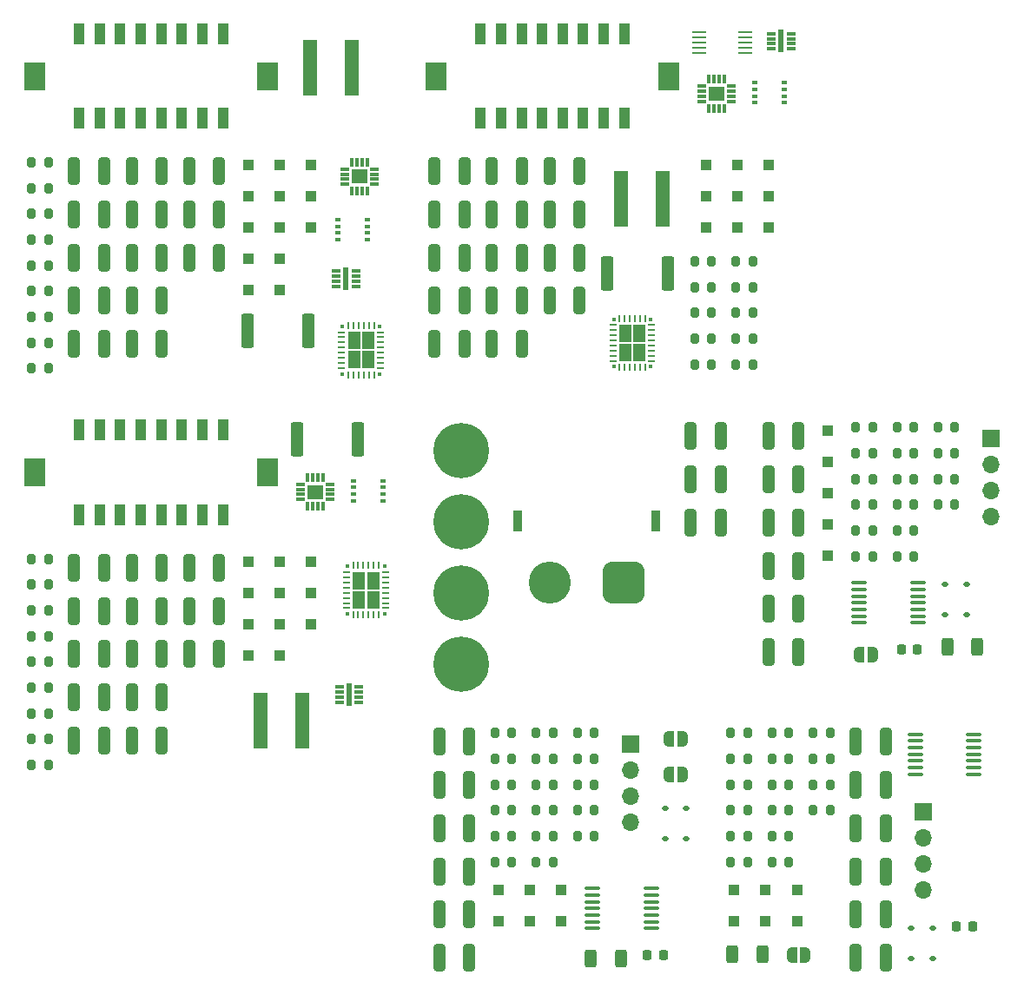
<source format=gbr>
%TF.GenerationSoftware,KiCad,Pcbnew,9.0.0*%
%TF.CreationDate,2025-04-17T09:53:27-07:00*%
%TF.ProjectId,EPS_Scales_RevC,4550535f-5363-4616-9c65-735f52657643,rev?*%
%TF.SameCoordinates,Original*%
%TF.FileFunction,Copper,L1,Top*%
%TF.FilePolarity,Positive*%
%FSLAX46Y46*%
G04 Gerber Fmt 4.6, Leading zero omitted, Abs format (unit mm)*
G04 Created by KiCad (PCBNEW 9.0.0) date 2025-04-17 09:53:27*
%MOMM*%
%LPD*%
G01*
G04 APERTURE LIST*
G04 Aperture macros list*
%AMRoundRect*
0 Rectangle with rounded corners*
0 $1 Rounding radius*
0 $2 $3 $4 $5 $6 $7 $8 $9 X,Y pos of 4 corners*
0 Add a 4 corners polygon primitive as box body*
4,1,4,$2,$3,$4,$5,$6,$7,$8,$9,$2,$3,0*
0 Add four circle primitives for the rounded corners*
1,1,$1+$1,$2,$3*
1,1,$1+$1,$4,$5*
1,1,$1+$1,$6,$7*
1,1,$1+$1,$8,$9*
0 Add four rect primitives between the rounded corners*
20,1,$1+$1,$2,$3,$4,$5,0*
20,1,$1+$1,$4,$5,$6,$7,0*
20,1,$1+$1,$6,$7,$8,$9,0*
20,1,$1+$1,$8,$9,$2,$3,0*%
%AMFreePoly0*
4,1,23,0.500000,-0.750000,0.000000,-0.750000,0.000000,-0.745722,-0.065263,-0.745722,-0.191342,-0.711940,-0.304381,-0.646677,-0.396677,-0.554381,-0.461940,-0.441342,-0.495722,-0.315263,-0.495722,-0.250000,-0.500000,-0.250000,-0.500000,0.250000,-0.495722,0.250000,-0.495722,0.315263,-0.461940,0.441342,-0.396677,0.554381,-0.304381,0.646677,-0.191342,0.711940,-0.065263,0.745722,0.000000,0.745722,
0.000000,0.750000,0.500000,0.750000,0.500000,-0.750000,0.500000,-0.750000,$1*%
%AMFreePoly1*
4,1,23,0.000000,0.745722,0.065263,0.745722,0.191342,0.711940,0.304381,0.646677,0.396677,0.554381,0.461940,0.441342,0.495722,0.315263,0.495722,0.250000,0.500000,0.250000,0.500000,-0.250000,0.495722,-0.250000,0.495722,-0.315263,0.461940,-0.441342,0.396677,-0.554381,0.304381,-0.646677,0.191342,-0.711940,0.065263,-0.745722,0.000000,-0.745722,0.000000,-0.750000,-0.500000,-0.750000,
-0.500000,0.750000,0.000000,0.750000,0.000000,0.745722,0.000000,0.745722,$1*%
G04 Aperture macros list end*
%TA.AperFunction,SMDPad,CuDef*%
%ADD10RoundRect,0.200000X-0.200000X-0.275000X0.200000X-0.275000X0.200000X0.275000X-0.200000X0.275000X0*%
%TD*%
%TA.AperFunction,SMDPad,CuDef*%
%ADD11R,1.000000X1.000000*%
%TD*%
%TA.AperFunction,SMDPad,CuDef*%
%ADD12RoundRect,0.250000X-0.312500X-1.075000X0.312500X-1.075000X0.312500X1.075000X-0.312500X1.075000X0*%
%TD*%
%TA.AperFunction,SMDPad,CuDef*%
%ADD13FreePoly0,0.000000*%
%TD*%
%TA.AperFunction,SMDPad,CuDef*%
%ADD14FreePoly1,0.000000*%
%TD*%
%TA.AperFunction,SMDPad,CuDef*%
%ADD15R,0.804800X0.300000*%
%TD*%
%TA.AperFunction,SMDPad,CuDef*%
%ADD16R,0.610000X2.200000*%
%TD*%
%TA.AperFunction,SMDPad,CuDef*%
%ADD17RoundRect,0.250000X-0.312500X-0.625000X0.312500X-0.625000X0.312500X0.625000X-0.312500X0.625000X0*%
%TD*%
%TA.AperFunction,SMDPad,CuDef*%
%ADD18RoundRect,0.032500X-0.397500X-0.097500X0.397500X-0.097500X0.397500X0.097500X-0.397500X0.097500X0*%
%TD*%
%TA.AperFunction,SMDPad,CuDef*%
%ADD19RoundRect,0.032500X-0.097500X-0.397500X0.097500X-0.397500X0.097500X0.397500X-0.097500X0.397500X0*%
%TD*%
%TA.AperFunction,SMDPad,CuDef*%
%ADD20R,1.520000X1.420000*%
%TD*%
%TA.AperFunction,SMDPad,CuDef*%
%ADD21RoundRect,0.100000X-0.637500X-0.100000X0.637500X-0.100000X0.637500X0.100000X-0.637500X0.100000X0*%
%TD*%
%TA.AperFunction,SMDPad,CuDef*%
%ADD22RoundRect,0.250000X-0.362500X-1.425000X0.362500X-1.425000X0.362500X1.425000X-0.362500X1.425000X0*%
%TD*%
%TA.AperFunction,SMDPad,CuDef*%
%ADD23R,0.700000X0.250000*%
%TD*%
%TA.AperFunction,SMDPad,CuDef*%
%ADD24R,0.250000X0.700000*%
%TD*%
%TA.AperFunction,SMDPad,CuDef*%
%ADD25R,1.200000X1.700000*%
%TD*%
%TA.AperFunction,SMDPad,CuDef*%
%ADD26R,0.375000X0.375000*%
%TD*%
%TA.AperFunction,SMDPad,CuDef*%
%ADD27RoundRect,0.112500X-0.187500X-0.112500X0.187500X-0.112500X0.187500X0.112500X-0.187500X0.112500X0*%
%TD*%
%TA.AperFunction,ComponentPad*%
%ADD28C,0.800000*%
%TD*%
%TA.AperFunction,ComponentPad*%
%ADD29C,5.400000*%
%TD*%
%TA.AperFunction,SMDPad,CuDef*%
%ADD30RoundRect,0.218750X-0.218750X-0.256250X0.218750X-0.256250X0.218750X0.256250X-0.218750X0.256250X0*%
%TD*%
%TA.AperFunction,SMDPad,CuDef*%
%ADD31R,1.430000X5.500000*%
%TD*%
%TA.AperFunction,SMDPad,CuDef*%
%ADD32R,1.333500X0.279400*%
%TD*%
%TA.AperFunction,ComponentPad*%
%ADD33R,1.700000X1.700000*%
%TD*%
%TA.AperFunction,ComponentPad*%
%ADD34O,1.700000X1.700000*%
%TD*%
%TA.AperFunction,SMDPad,CuDef*%
%ADD35R,1.092200X2.006600*%
%TD*%
%TA.AperFunction,SMDPad,CuDef*%
%ADD36R,2.006600X2.794000*%
%TD*%
%TA.AperFunction,ComponentPad*%
%ADD37R,0.900000X2.000000*%
%TD*%
%TA.AperFunction,ComponentPad*%
%ADD38RoundRect,1.025000X-1.025000X-1.025000X1.025000X-1.025000X1.025000X1.025000X-1.025000X1.025000X0*%
%TD*%
%TA.AperFunction,ComponentPad*%
%ADD39C,4.100000*%
%TD*%
%TA.AperFunction,SMDPad,CuDef*%
%ADD40R,0.508000X0.406400*%
%TD*%
%TA.AperFunction,SMDPad,CuDef*%
%ADD41R,0.558800X0.406400*%
%TD*%
G04 APERTURE END LIST*
D10*
%TO.P,R73,1*%
%TO.N,Net-(C63-Pad2)*%
X161935000Y-95180000D03*
%TO.P,R73,2*%
%TO.N,GND*%
X163585000Y-95180000D03*
%TD*%
%TO.P,R31,1*%
%TO.N,~{OBC_Toggle_OBC}*%
X154395000Y-56720000D03*
%TO.P,R31,2*%
%TO.N,~{WD_TOGGLE_OBC}*%
X156045000Y-56720000D03*
%TD*%
D11*
%TO.P,TP7,1,1*%
%TO.N,Net-(U2-BIAS)*%
X113980000Y-87620000D03*
%TD*%
D10*
%TO.P,R54,1*%
%TO.N,Net-(D6-K)*%
X142965000Y-100200000D03*
%TO.P,R54,2*%
%TO.N,Net-(U9C--)*%
X144615000Y-100200000D03*
%TD*%
D12*
%TO.P,C25,1*%
%TO.N,Net-(U5-Vout)*%
X129037500Y-40380000D03*
%TO.P,C25,2*%
%TO.N,GND*%
X131962500Y-40380000D03*
%TD*%
D11*
%TO.P,TP47,1,1*%
%TO.N,SYNC_PHASE3*%
X113980000Y-48950000D03*
%TD*%
D13*
%TO.P,JP1,1,A*%
%TO.N,Net-(JP1-A)*%
X170450000Y-87530000D03*
D14*
%TO.P,JP1,2,B*%
%TO.N,~{WD_Toggle_Jetson}*%
X171750000Y-87530000D03*
%TD*%
D10*
%TO.P,R55,1*%
%TO.N,Net-(D6-K)*%
X142965000Y-102710000D03*
%TO.P,R55,2*%
%TO.N,/OBC_Subsystem/WD_OBC/WDT-VIN*%
X144615000Y-102710000D03*
%TD*%
%TO.P,R89,1*%
%TO.N,Net-(U15-Vc)*%
X89745000Y-52080000D03*
%TO.P,R89,2*%
%TO.N,Net-(C73-Pad1)*%
X91395000Y-52080000D03*
%TD*%
D15*
%TO.P,U1,1,GND*%
%TO.N,GND*%
X119767400Y-90647600D03*
D16*
X120719800Y-91397600D03*
D15*
%TO.P,U1,2,OV*%
%TO.N,Net-(U1-OV)*%
X119767400Y-91147600D03*
%TO.P,U1,3,UV*%
%TO.N,Net-(U1-UV)*%
X119767400Y-91647600D03*
%TO.P,U1,4,Vin*%
%TO.N,+V_Batt*%
X119767400Y-92147600D03*
%TO.P,U1,5,GATE*%
%TO.N,Net-(U1-GATE)*%
X121672200Y-92147600D03*
%TO.P,U1,6,Vout*%
%TO.N,Net-(U1-Vout)*%
X121672200Y-91647600D03*
%TO.P,U1,7,~{FAULT}*%
%TO.N,unconnected-(U1-~{FAULT}-Pad7)*%
X121672200Y-91147600D03*
%TO.P,U1,8,~{SHDN}*%
%TO.N,~{WD_Toggle_Jetson}*%
X121672200Y-90647600D03*
%TD*%
D11*
%TO.P,OV_TP1,1,1*%
%TO.N,Net-(U1-OV)*%
X110930000Y-78470000D03*
%TD*%
%TO.P,TP25,1,1*%
%TO.N,Net-(U9C--)*%
X138340000Y-113560000D03*
%TD*%
D10*
%TO.P,R22,1*%
%TO.N,Net-(R22-Pad1)*%
X174115000Y-75420000D03*
%TO.P,R22,2*%
%TO.N,Net-(U4C--)*%
X175765000Y-75420000D03*
%TD*%
D12*
%TO.P,C43,1*%
%TO.N,GND*%
X129497500Y-104450000D03*
%TO.P,C43,2*%
%TO.N,Net-(U9B-+)*%
X132422500Y-104450000D03*
%TD*%
D17*
%TO.P,R39,1*%
%TO.N,Net-(D4-K)*%
X158087500Y-116730000D03*
%TO.P,R39,2*%
%TO.N,/Peripheral_Subsystem/WD_Peripheral/WDT-VIN*%
X161012500Y-116730000D03*
%TD*%
D12*
%TO.P,C67,1*%
%TO.N,GND*%
X170117500Y-117080000D03*
%TO.P,C67,2*%
%TO.N,Net-(U13D--)*%
X173042500Y-117080000D03*
%TD*%
D18*
%TO.P,U3,1,A1*%
%TO.N,GND*%
X115985000Y-70905000D03*
%TO.P,U3,2,A0*%
X115985000Y-71405000D03*
%TO.P,U3,3,Alert*%
%TO.N,unconnected-(U3-Alert-Pad3)*%
X115985000Y-71905000D03*
%TO.P,U3,4,SDA*%
%TO.N,OBC SDA*%
X115985000Y-72405000D03*
D19*
%TO.P,U3,5,SCL*%
%TO.N,OBC SCL*%
X116670000Y-73090000D03*
%TO.P,U3,6,NC*%
%TO.N,unconnected-(U3-NC-Pad6)_1*%
X116670000Y-70220000D03*
%TO.N,unconnected-(U3-NC-Pad6)_2*%
X117170000Y-70220000D03*
%TO.N,unconnected-(U3-NC-Pad6)_3*%
X117170000Y-73090000D03*
D20*
%TO.N,unconnected-(U3-NC-Pad6)_6*%
X117420000Y-71655000D03*
D19*
%TO.N,unconnected-(U3-NC-Pad6)_5*%
X117670000Y-70220000D03*
%TO.N,unconnected-(U3-NC-Pad6)_4*%
X117670000Y-73090000D03*
%TO.N,unconnected-(U3-NC-Pad6)*%
X118170000Y-73090000D03*
D18*
%TO.P,U3,9,Vs*%
%TO.N,+5V_Jetson*%
X118855000Y-72405000D03*
%TO.P,U3,10,GND*%
%TO.N,GND*%
X118855000Y-71905000D03*
%TO.P,U3,11,VBUS*%
%TO.N,Net-(U2-BIAS)*%
X118855000Y-71405000D03*
%TO.P,U3,12,IN-*%
%TO.N,+20V_Jetson*%
X118855000Y-70905000D03*
D19*
%TO.P,U3,13,IN+*%
%TO.N,Net-(U2-BIAS)*%
X118170000Y-70220000D03*
%TD*%
D12*
%TO.P,C4,1*%
%TO.N,Net-(U1-Vout)*%
X93917500Y-79050000D03*
%TO.P,C4,2*%
%TO.N,GND*%
X96842500Y-79050000D03*
%TD*%
D11*
%TO.P,TP6,1,1*%
%TO.N,Net-(U1-Vout)*%
X113980000Y-84570000D03*
%TD*%
D21*
%TO.P,U13,1*%
%TO.N,Net-(R77-Pad1)*%
X175897500Y-95275000D03*
%TO.P,U13,2*%
%TO.N,Net-(R75-Pad1)*%
X175897500Y-95925000D03*
%TO.P,U13,3,V+*%
%TO.N,/Peripheral_Subsystem/WD_Peripheral/WDT-VIN*%
X175897500Y-96575000D03*
%TO.P,U13,4,-*%
%TO.N,Net-(U13A--)*%
X175897500Y-97225000D03*
%TO.P,U13,5,+*%
%TO.N,/Peripheral_Subsystem/WD_Peripheral/WDT-VP*%
X175897500Y-97875000D03*
%TO.P,U13,6,-*%
%TO.N,Net-(U13B--)*%
X175897500Y-98525000D03*
%TO.P,U13,7,+*%
%TO.N,Net-(U13B-+)*%
X175897500Y-99175000D03*
%TO.P,U13,8,-*%
%TO.N,Net-(U13C--)*%
X181622500Y-99175000D03*
%TO.P,U13,9,+*%
%TO.N,Net-(U13C-+)*%
X181622500Y-98525000D03*
%TO.P,U13,10,-*%
%TO.N,Net-(U13D--)*%
X181622500Y-97875000D03*
%TO.P,U13,11,+*%
%TO.N,Net-(D9-K)*%
X181622500Y-97225000D03*
%TO.P,U13,12,V-*%
%TO.N,GND*%
X181622500Y-96575000D03*
%TO.P,U13,13*%
%TO.N,Net-(JP5-A)*%
X181622500Y-95925000D03*
%TO.P,U13,14*%
%TO.N,Net-(D9-K)*%
X181622500Y-95275000D03*
%TD*%
D12*
%TO.P,C13,1*%
%TO.N,Net-(U2-BIAS)*%
X99527500Y-95890000D03*
%TO.P,C13,2*%
%TO.N,Net-(C12-Pad2)*%
X102452500Y-95890000D03*
%TD*%
D21*
%TO.P,U9,1*%
%TO.N,Net-(R50-Pad1)*%
X144427500Y-110335000D03*
%TO.P,U9,2*%
%TO.N,Net-(R48-Pad1)*%
X144427500Y-110985000D03*
%TO.P,U9,3,V+*%
%TO.N,/OBC_Subsystem/WD_OBC/WDT-VIN*%
X144427500Y-111635000D03*
%TO.P,U9,4,-*%
%TO.N,Net-(U9A--)*%
X144427500Y-112285000D03*
%TO.P,U9,5,+*%
%TO.N,/OBC_Subsystem/WD_OBC/WDT-VP*%
X144427500Y-112935000D03*
%TO.P,U9,6,-*%
%TO.N,Net-(U9B--)*%
X144427500Y-113585000D03*
%TO.P,U9,7,+*%
%TO.N,Net-(U9B-+)*%
X144427500Y-114235000D03*
%TO.P,U9,8,-*%
%TO.N,Net-(U9C--)*%
X150152500Y-114235000D03*
%TO.P,U9,9,+*%
%TO.N,Net-(U9C-+)*%
X150152500Y-113585000D03*
%TO.P,U9,10,-*%
%TO.N,Net-(U9D--)*%
X150152500Y-112935000D03*
%TO.P,U9,11,+*%
%TO.N,Net-(D6-K)*%
X150152500Y-112285000D03*
%TO.P,U9,12,V-*%
%TO.N,GND*%
X150152500Y-111635000D03*
%TO.P,U9,13*%
%TO.N,Net-(JP3-A)*%
X150152500Y-110985000D03*
%TO.P,U9,14*%
%TO.N,Net-(D6-K)*%
X150152500Y-110335000D03*
%TD*%
D22*
%TO.P,R93,1*%
%TO.N,+5V_Perif*%
X110787500Y-55970000D03*
%TO.P,R93,2*%
%TO.N,Net-(U15-BIAS)*%
X116712500Y-55970000D03*
%TD*%
D11*
%TO.P,TP31,1,1*%
%TO.N,Net-(J14-Pad14)*%
X110930000Y-52000000D03*
%TD*%
D12*
%TO.P,C38,1*%
%TO.N,GND*%
X140257500Y-53010000D03*
%TO.P,C38,2*%
%TO.N,+3.3V_OBC_Out*%
X143182500Y-53010000D03*
%TD*%
D23*
%TO.P,U15,1,PHMODE*%
%TO.N,GND*%
X119995000Y-56075000D03*
%TO.P,U15,2,BIAS*%
%TO.N,Net-(U15-BIAS)*%
X119995000Y-56575000D03*
%TO.P,U15,3,INTV*%
%TO.N,Net-(U15-INTV)*%
X119995000Y-57075000D03*
%TO.P,U15,4,BST*%
%TO.N,Net-(U15-BST)*%
X119995000Y-57575000D03*
%TO.P,U15,5,SW*%
%TO.N,Net-(U15-SW)*%
X119995000Y-58075000D03*
X119995000Y-58575000D03*
X119995000Y-59075000D03*
X119995000Y-59575000D03*
D24*
%TO.P,U15,9,GND*%
%TO.N,GND*%
X120645000Y-60225000D03*
X121145000Y-60225000D03*
D25*
X121195000Y-56875000D03*
X121195000Y-58775000D03*
D24*
X121645000Y-60225000D03*
X122145000Y-60225000D03*
D25*
X122595000Y-56875000D03*
X122595000Y-58775000D03*
D24*
X122645000Y-60225000D03*
X123145000Y-60225000D03*
D23*
X123795000Y-57075000D03*
%TO.P,U15,18,Vin*%
%TO.N,Net-(U14-Vout)*%
X123795000Y-58075000D03*
X123795000Y-58575000D03*
X123795000Y-59075000D03*
X123795000Y-59575000D03*
D26*
%TO.P,U15,19,NC*%
%TO.N,unconnected-(U15-NC-Pad19)_1*%
X120082000Y-55512000D03*
%TO.N,unconnected-(U15-NC-Pad19)_4*%
X120082000Y-60138000D03*
%TO.N,unconnected-(U15-NC-Pad19)_2*%
X123708000Y-55512000D03*
%TO.N,unconnected-(U15-NC-Pad19)*%
X123708000Y-60138000D03*
D23*
%TO.N,unconnected-(U15-NC-Pad19)_3*%
X123795000Y-57575000D03*
%TO.P,U15,21,EN/UV*%
%TO.N,Net-(U14-Vout)*%
X123795000Y-56575000D03*
%TO.P,U15,22,RT*%
%TO.N,Net-(U15-RT)*%
X123795000Y-56075000D03*
D24*
%TO.P,U15,23,CLKOUT*%
%TO.N,unconnected-(U15-CLKOUT-Pad23)*%
X123145000Y-55425000D03*
%TO.P,U15,24,SYNC/MODE*%
%TO.N,SYNC_PHASE3*%
X122645000Y-55425000D03*
%TO.P,U15,25,PG*%
%TO.N,unconnected-(U15-PG-Pad25)*%
X122145000Y-55425000D03*
%TO.P,U15,26,Vc*%
%TO.N,Net-(U15-Vc)*%
X121645000Y-55425000D03*
%TO.P,U15,27,SS*%
%TO.N,Net-(U15-SS)*%
X121145000Y-55425000D03*
%TO.P,U15,28,FB*%
%TO.N,Net-(U15-FB)*%
X120645000Y-55425000D03*
%TD*%
D10*
%TO.P,R30,1*%
%TO.N,Net-(U5-OV)*%
X154395000Y-54210000D03*
%TO.P,R30,2*%
%TO.N,GND*%
X156045000Y-54210000D03*
%TD*%
%TO.P,R91,1*%
%TO.N,Net-(U15-FB)*%
X89745000Y-57100000D03*
%TO.P,R91,2*%
%TO.N,Net-(U15-BIAS)*%
X91395000Y-57100000D03*
%TD*%
D27*
%TO.P,D1,1,K*%
%TO.N,Net-(D1-K)*%
X178795000Y-80660000D03*
%TO.P,D1,2,A*%
%TO.N,+5V_Jetson*%
X180895000Y-80660000D03*
%TD*%
D11*
%TO.P,TP18,1,1*%
%TO.N,SYNC_PHASE2*%
X158560000Y-42850000D03*
%TD*%
D12*
%TO.P,C14,1*%
%TO.N,Net-(U2-BIAS)*%
X105137500Y-79050000D03*
%TO.P,C14,2*%
%TO.N,Net-(C12-Pad2)*%
X108062500Y-79050000D03*
%TD*%
%TO.P,C36,1*%
%TO.N,Net-(U6-BIAS)*%
X140257500Y-44590000D03*
%TO.P,C36,2*%
%TO.N,GND*%
X143182500Y-44590000D03*
%TD*%
D11*
%TO.P,TP32,1,1*%
%TO.N,WDT_WDI_Perif*%
X113980000Y-39800000D03*
%TD*%
D12*
%TO.P,C1,1*%
%TO.N,+V_Batt*%
X153997500Y-66230000D03*
%TO.P,C1,2*%
%TO.N,GND*%
X156922500Y-66230000D03*
%TD*%
%TO.P,C12,1*%
%TO.N,Net-(U2-BIAS)*%
X99527500Y-91680000D03*
%TO.P,C12,2*%
%TO.N,Net-(C12-Pad2)*%
X102452500Y-91680000D03*
%TD*%
D28*
%TO.P,J3,1,Pin_1*%
%TO.N,GND*%
X129605000Y-74550000D03*
X130198109Y-73118109D03*
X130198109Y-75981891D03*
X131630000Y-72525000D03*
D29*
X131630000Y-74550000D03*
D28*
X131630000Y-76575000D03*
X133061891Y-73118109D03*
X133061891Y-75981891D03*
X133655000Y-74550000D03*
%TD*%
D18*
%TO.P,U8,1,A1*%
%TO.N,GND*%
X155115000Y-32095000D03*
%TO.P,U8,2,A0*%
%TO.N,+3.3V_OBC_Out*%
X155115000Y-32595000D03*
%TO.P,U8,3,Alert*%
%TO.N,unconnected-(U8-Alert-Pad3)*%
X155115000Y-33095000D03*
%TO.P,U8,4,SDA*%
%TO.N,OBC SDA*%
X155115000Y-33595000D03*
D19*
%TO.P,U8,5,SCL*%
%TO.N,OBC SCL*%
X155800000Y-34280000D03*
%TO.P,U8,6,NC*%
%TO.N,unconnected-(U8-NC-Pad6)_5*%
X155800000Y-31410000D03*
%TO.N,unconnected-(U8-NC-Pad6)_3*%
X156300000Y-31410000D03*
%TO.N,unconnected-(U8-NC-Pad6)_1*%
X156300000Y-34280000D03*
D20*
%TO.N,unconnected-(U8-NC-Pad6)_6*%
X156550000Y-32845000D03*
D19*
%TO.N,unconnected-(U8-NC-Pad6)_2*%
X156800000Y-31410000D03*
%TO.N,unconnected-(U8-NC-Pad6)*%
X156800000Y-34280000D03*
%TO.N,unconnected-(U8-NC-Pad6)_4*%
X157300000Y-34280000D03*
D18*
%TO.P,U8,9,Vs*%
%TO.N,+3.3V_OBC_Out*%
X157985000Y-33595000D03*
%TO.P,U8,10,GND*%
%TO.N,GND*%
X157985000Y-33095000D03*
%TO.P,U8,11,VBUS*%
%TO.N,Net-(U6-BIAS)*%
X157985000Y-32595000D03*
%TO.P,U8,12,IN-*%
%TO.N,+3.3V_OBC*%
X157985000Y-32095000D03*
D19*
%TO.P,U8,13,IN+*%
%TO.N,Net-(U6-BIAS)*%
X157300000Y-31410000D03*
%TD*%
D11*
%TO.P,TP26,1,1*%
%TO.N,Net-(D6-K)*%
X141390000Y-110510000D03*
%TD*%
D12*
%TO.P,C63,1*%
%TO.N,WDT_WDI_Perif*%
X170117500Y-100240000D03*
%TO.P,C63,2*%
%TO.N,Net-(C63-Pad2)*%
X173042500Y-100240000D03*
%TD*%
D10*
%TO.P,R33,1*%
%TO.N,Net-(U6-RT)*%
X158405000Y-49190000D03*
%TO.P,R33,2*%
%TO.N,GND*%
X160055000Y-49190000D03*
%TD*%
%TO.P,R7,1*%
%TO.N,Net-(U2-RT)*%
X89745000Y-93260000D03*
%TO.P,R7,2*%
%TO.N,GND*%
X91395000Y-93260000D03*
%TD*%
D12*
%TO.P,C27,1*%
%TO.N,Net-(U5-Vout)*%
X129037500Y-48800000D03*
%TO.P,C27,2*%
%TO.N,GND*%
X131962500Y-48800000D03*
%TD*%
D30*
%TO.P,D2,1,K*%
%TO.N,GND*%
X174532500Y-87050000D03*
%TO.P,D2,2,A*%
%TO.N,Net-(D2-A)*%
X176107500Y-87050000D03*
%TD*%
D10*
%TO.P,R6,1*%
%TO.N,Net-(U2-Vc)*%
X89745000Y-90750000D03*
%TO.P,R6,2*%
%TO.N,Net-(C9-Pad1)*%
X91395000Y-90750000D03*
%TD*%
D30*
%TO.P,D5,1,K*%
%TO.N,GND*%
X149782500Y-116850000D03*
%TO.P,D5,2,A*%
%TO.N,Net-(D5-A)*%
X151357500Y-116850000D03*
%TD*%
D22*
%TO.P,R10,1*%
%TO.N,+20V_Jetson*%
X115627500Y-66570000D03*
%TO.P,R10,2*%
%TO.N,Net-(U2-BIAS)*%
X121552500Y-66570000D03*
%TD*%
D10*
%TO.P,R42,1*%
%TO.N,Net-(U9D--)*%
X134945000Y-100200000D03*
%TO.P,R42,2*%
%TO.N,Net-(U9B--)*%
X136595000Y-100200000D03*
%TD*%
D12*
%TO.P,C5,1*%
%TO.N,Net-(U1-Vout)*%
X93917500Y-83260000D03*
%TO.P,C5,2*%
%TO.N,GND*%
X96842500Y-83260000D03*
%TD*%
D11*
%TO.P,TP2,1,1*%
%TO.N,Net-(J6-Pad12)*%
X110930000Y-84570000D03*
%TD*%
%TO.P,TP45,1,1*%
%TO.N,Net-(JP5-A)*%
X164370000Y-113560000D03*
%TD*%
D27*
%TO.P,D6,1,K*%
%TO.N,Net-(D6-K)*%
X151515000Y-102500000D03*
%TO.P,D6,2,A*%
%TO.N,Net-(D6-A)*%
X153615000Y-102500000D03*
%TD*%
D12*
%TO.P,C17,1*%
%TO.N,/Jetson_Subsystem/WD_Jetson/WDT-VIN*%
X161607500Y-66230000D03*
%TO.P,C17,2*%
%TO.N,GND*%
X164532500Y-66230000D03*
%TD*%
D28*
%TO.P,J5,1,Pin_1*%
%TO.N,GND*%
X129605000Y-88450000D03*
X130198109Y-87018109D03*
X130198109Y-89881891D03*
X131630000Y-86425000D03*
D29*
X131630000Y-88450000D03*
D28*
X131630000Y-90475000D03*
X133061891Y-87018109D03*
X133061891Y-89881891D03*
X133655000Y-88450000D03*
%TD*%
D10*
%TO.P,R15,1*%
%TO.N,Net-(U4B--)*%
X170105000Y-72910000D03*
%TO.P,R15,2*%
%TO.N,/Jetson_Subsystem/WD_Jetson/WDT-VP*%
X171755000Y-72910000D03*
%TD*%
%TO.P,R68,1*%
%TO.N,Net-(R67-Pad2)*%
X157925000Y-97690000D03*
%TO.P,R68,2*%
%TO.N,Net-(U13D--)*%
X159575000Y-97690000D03*
%TD*%
D31*
%TO.P,L2,1,1*%
%TO.N,Net-(U6-SW)*%
X147235000Y-43105000D03*
%TO.P,L2,2,2*%
%TO.N,Net-(U6-BIAS)*%
X151275000Y-43105000D03*
%TD*%
D10*
%TO.P,R32,1*%
%TO.N,Net-(U6-Vc)*%
X154395000Y-59230000D03*
%TO.P,R32,2*%
%TO.N,Net-(C29-Pad1)*%
X156045000Y-59230000D03*
%TD*%
D11*
%TO.P,TP19,1,1*%
%TO.N,Net-(U6-BIAS)*%
X158560000Y-45900000D03*
%TD*%
D10*
%TO.P,R29,1*%
%TO.N,Net-(U5-UV)*%
X154395000Y-51700000D03*
%TO.P,R29,2*%
%TO.N,Net-(U5-OV)*%
X156045000Y-51700000D03*
%TD*%
%TO.P,R86,1*%
%TO.N,Net-(U14-OV)*%
X89745000Y-44550000D03*
%TO.P,R86,2*%
%TO.N,GND*%
X91395000Y-44550000D03*
%TD*%
D22*
%TO.P,R38,1*%
%TO.N,+3.3V_OBC*%
X145907500Y-50380000D03*
%TO.P,R38,2*%
%TO.N,Net-(U6-BIAS)*%
X151832500Y-50380000D03*
%TD*%
D10*
%TO.P,R43,1*%
%TO.N,Net-(U9B--)*%
X134945000Y-102710000D03*
%TO.P,R43,2*%
%TO.N,/OBC_Subsystem/WD_OBC/WDT-VP*%
X136595000Y-102710000D03*
%TD*%
D17*
%TO.P,R11,1*%
%TO.N,Net-(D1-K)*%
X179017500Y-86730000D03*
%TO.P,R11,2*%
%TO.N,/Jetson_Subsystem/WD_Jetson/WDT-VIN*%
X181942500Y-86730000D03*
%TD*%
D10*
%TO.P,R2,1*%
%TO.N,Net-(U1-UV)*%
X89745000Y-80710000D03*
%TO.P,R2,2*%
%TO.N,Net-(U1-OV)*%
X91395000Y-80710000D03*
%TD*%
%TO.P,R44,1*%
%TO.N,/OBC_Subsystem/WD_OBC/WDT-VP*%
X134945000Y-105220000D03*
%TO.P,R44,2*%
%TO.N,GND*%
X136595000Y-105220000D03*
%TD*%
D12*
%TO.P,C19,1*%
%TO.N,/Peripheral_Subsystem/WD_Peripheral/WDT-VIN*%
X170117500Y-96030000D03*
%TO.P,C19,2*%
%TO.N,GND*%
X173042500Y-96030000D03*
%TD*%
%TO.P,C72,1*%
%TO.N,Net-(U14-Vout)*%
X93917500Y-57220000D03*
%TO.P,C72,2*%
%TO.N,GND*%
X96842500Y-57220000D03*
%TD*%
%TO.P,C73,1*%
%TO.N,Net-(C73-Pad1)*%
X99527500Y-40380000D03*
%TO.P,C73,2*%
%TO.N,GND*%
X102452500Y-40380000D03*
%TD*%
D11*
%TO.P,TP14,1,1*%
%TO.N,Net-(D3-K)*%
X167400000Y-77850000D03*
%TD*%
%TO.P,OV_TP2,1,1*%
%TO.N,Net-(U5-OV)*%
X155510000Y-39800000D03*
%TD*%
%TO.P,TP11,1,1*%
%TO.N,WDT_WDI_Jetson*%
X167400000Y-68700000D03*
%TD*%
D21*
%TO.P,U4,1*%
%TO.N,Net-(R22-Pad1)*%
X170437500Y-80535000D03*
%TO.P,U4,2*%
%TO.N,Net-(R20-Pad1)*%
X170437500Y-81185000D03*
%TO.P,U4,3,V+*%
%TO.N,/Jetson_Subsystem/WD_Jetson/WDT-VIN*%
X170437500Y-81835000D03*
%TO.P,U4,4,-*%
%TO.N,Net-(U4A--)*%
X170437500Y-82485000D03*
%TO.P,U4,5,+*%
%TO.N,/Jetson_Subsystem/WD_Jetson/WDT-VP*%
X170437500Y-83135000D03*
%TO.P,U4,6,-*%
%TO.N,Net-(U4B--)*%
X170437500Y-83785000D03*
%TO.P,U4,7,+*%
%TO.N,Net-(U4B-+)*%
X170437500Y-84435000D03*
%TO.P,U4,8,-*%
%TO.N,Net-(U4C--)*%
X176162500Y-84435000D03*
%TO.P,U4,9,+*%
%TO.N,Net-(U4C-+)*%
X176162500Y-83785000D03*
%TO.P,U4,10,-*%
%TO.N,Net-(U4D--)*%
X176162500Y-83135000D03*
%TO.P,U4,11,+*%
%TO.N,Net-(D3-K)*%
X176162500Y-82485000D03*
%TO.P,U4,12,V-*%
%TO.N,GND*%
X176162500Y-81835000D03*
%TO.P,U4,13*%
%TO.N,Net-(JP1-A)*%
X176162500Y-81185000D03*
%TO.P,U4,14*%
%TO.N,Net-(D3-K)*%
X176162500Y-80535000D03*
%TD*%
D12*
%TO.P,C69,1*%
%TO.N,Net-(U15-INTV)*%
X93917500Y-44590000D03*
%TO.P,C69,2*%
%TO.N,GND*%
X96842500Y-44590000D03*
%TD*%
D10*
%TO.P,R21,1*%
%TO.N,/Jetson_Subsystem/WD_Jetson/WDT-VIN*%
X174115000Y-72910000D03*
%TO.P,R21,2*%
%TO.N,Net-(U4B-+)*%
X175765000Y-72910000D03*
%TD*%
D12*
%TO.P,C77,1*%
%TO.N,Net-(U15-BIAS)*%
X99527500Y-57220000D03*
%TO.P,C77,2*%
%TO.N,GND*%
X102452500Y-57220000D03*
%TD*%
D10*
%TO.P,R69,1*%
%TO.N,Net-(U13D--)*%
X157925000Y-100200000D03*
%TO.P,R69,2*%
%TO.N,Net-(U13B--)*%
X159575000Y-100200000D03*
%TD*%
D11*
%TO.P,TP22,1,1*%
%TO.N,/OBC_Subsystem/WD_OBC/WDT-VIN*%
X135290000Y-110510000D03*
%TD*%
D10*
%TO.P,R56,1*%
%TO.N,Net-(JP3-A)*%
X142965000Y-105220000D03*
%TO.P,R56,2*%
%TO.N,+3.3V_OBC_Out*%
X144615000Y-105220000D03*
%TD*%
%TO.P,R49,1*%
%TO.N,/OBC_Subsystem/WD_OBC/WDT-VIN*%
X138955000Y-102710000D03*
%TO.P,R49,2*%
%TO.N,Net-(U9B-+)*%
X140605000Y-102710000D03*
%TD*%
%TO.P,R82,1*%
%TO.N,Net-(D9-K)*%
X165945000Y-102710000D03*
%TO.P,R82,2*%
%TO.N,/Peripheral_Subsystem/WD_Peripheral/WDT-VIN*%
X167595000Y-102710000D03*
%TD*%
%TO.P,R79,1*%
%TO.N,Net-(D9-A)*%
X165945000Y-95180000D03*
%TO.P,R79,2*%
%TO.N,Net-(U13C--)*%
X167595000Y-95180000D03*
%TD*%
D11*
%TO.P,UV_TP4,1,1*%
%TO.N,Net-(U14-UV)*%
X117030000Y-45900000D03*
%TD*%
D13*
%TO.P,JP3,1,A*%
%TO.N,Net-(JP3-A)*%
X151920000Y-99250000D03*
D14*
%TO.P,JP3,2,B*%
%TO.N,~{WD_TOGGLE_OBC}*%
X153220000Y-99250000D03*
%TD*%
D10*
%TO.P,R24,1*%
%TO.N,Net-(D3-A)*%
X178125000Y-65380000D03*
%TO.P,R24,2*%
%TO.N,Net-(U4C--)*%
X179775000Y-65380000D03*
%TD*%
D11*
%TO.P,TP10,1,1*%
%TO.N,/Jetson_Subsystem/WD_Jetson/WDT-VIN*%
X167400000Y-65650000D03*
%TD*%
D10*
%TO.P,R19,1*%
%TO.N,Net-(C20-Pad2)*%
X174115000Y-67890000D03*
%TO.P,R19,2*%
%TO.N,Net-(U4A--)*%
X175765000Y-67890000D03*
%TD*%
%TO.P,R13,1*%
%TO.N,Net-(R12-Pad2)*%
X170105000Y-67890000D03*
%TO.P,R13,2*%
%TO.N,Net-(U4D--)*%
X171755000Y-67890000D03*
%TD*%
D11*
%TO.P,TP5,1,1*%
%TO.N,+V_Batt*%
X113980000Y-81520000D03*
%TD*%
%TO.P,TP17,1,1*%
%TO.N,+3.3V_OBC_Out*%
X158560000Y-39800000D03*
%TD*%
D13*
%TO.P,JP2,1,A*%
%TO.N,+3.3V_OBC_Out*%
X151920000Y-95700000D03*
D14*
%TO.P,JP2,2,B*%
X153220000Y-95700000D03*
%TD*%
D10*
%TO.P,R18,1*%
%TO.N,Net-(C20-Pad2)*%
X174115000Y-65380000D03*
%TO.P,R18,2*%
%TO.N,GND*%
X175765000Y-65380000D03*
%TD*%
D11*
%TO.P,TP44,1,1*%
%TO.N,Net-(D9-K)*%
X164370000Y-110510000D03*
%TD*%
D12*
%TO.P,C28,1*%
%TO.N,Net-(U6-SS)*%
X129037500Y-53010000D03*
%TO.P,C28,2*%
%TO.N,GND*%
X131962500Y-53010000D03*
%TD*%
%TO.P,C6,1*%
%TO.N,Net-(U2-INTV)*%
X93917500Y-87470000D03*
%TO.P,C6,2*%
%TO.N,GND*%
X96842500Y-87470000D03*
%TD*%
%TO.P,C18,1*%
%TO.N,/OBC_Subsystem/WD_OBC/WDT-VIN*%
X129497500Y-96030000D03*
%TO.P,C18,2*%
%TO.N,GND*%
X132422500Y-96030000D03*
%TD*%
%TO.P,C9,1*%
%TO.N,Net-(C9-Pad1)*%
X99527500Y-79050000D03*
%TO.P,C9,2*%
%TO.N,GND*%
X102452500Y-79050000D03*
%TD*%
D32*
%TO.P,U7,1,V+*%
%TO.N,+3.3V_OBC_Out*%
X154871950Y-26833840D03*
%TO.P,U7,2,DIV*%
%TO.N,unconnected-(U7-DIV-Pad2)*%
X154871950Y-27334220D03*
%TO.P,U7,3,PH*%
%TO.N,unconnected-(U7-PH-Pad3)*%
X154871950Y-27834600D03*
%TO.P,U7,4,OUT1*%
%TO.N,SYNC_PHASE1*%
X154871950Y-28334980D03*
%TO.P,U7,5,OUT2*%
%TO.N,SYNC_PHASE2*%
X154871950Y-28835360D03*
%TO.P,U7,6,OUT3*%
%TO.N,SYNC_PHASE3*%
X159304250Y-28835360D03*
%TO.P,U7,7,OUT4*%
%TO.N,unconnected-(U7-OUT4-Pad7)*%
X159304250Y-28334980D03*
%TO.P,U7,8,GND*%
%TO.N,GND*%
X159304250Y-27834600D03*
%TO.P,U7,9,MOD*%
%TO.N,Net-(U7-MOD)*%
X159304250Y-27334220D03*
%TO.P,U7,10,SET*%
%TO.N,Net-(U7-SET)*%
X159304250Y-26833840D03*
%TD*%
D10*
%TO.P,R47,1*%
%TO.N,Net-(C42-Pad2)*%
X138955000Y-97690000D03*
%TO.P,R47,2*%
%TO.N,Net-(U9A--)*%
X140605000Y-97690000D03*
%TD*%
D12*
%TO.P,C3,1*%
%TO.N,+V_Batt*%
X153997500Y-74650000D03*
%TO.P,C3,2*%
%TO.N,GND*%
X156922500Y-74650000D03*
%TD*%
%TO.P,C32,1*%
%TO.N,Net-(U6-BST)*%
X134647500Y-48800000D03*
%TO.P,C32,2*%
%TO.N,Net-(U6-SW)*%
X137572500Y-48800000D03*
%TD*%
D11*
%TO.P,TP41,1,1*%
%TO.N,WDT_WDI_Perif*%
X158270000Y-113560000D03*
%TD*%
D27*
%TO.P,D3,1,K*%
%TO.N,Net-(D3-K)*%
X178795000Y-83610000D03*
%TO.P,D3,2,A*%
%TO.N,Net-(D3-A)*%
X180895000Y-83610000D03*
%TD*%
D10*
%TO.P,R41,1*%
%TO.N,Net-(R40-Pad2)*%
X134945000Y-97690000D03*
%TO.P,R41,2*%
%TO.N,Net-(U9D--)*%
X136595000Y-97690000D03*
%TD*%
D12*
%TO.P,C46,1*%
%TO.N,GND*%
X129497500Y-117080000D03*
%TO.P,C46,2*%
%TO.N,Net-(U9D--)*%
X132422500Y-117080000D03*
%TD*%
D33*
%TO.P,J8,1,Pin_1*%
%TO.N,+5V_Jetson*%
X183280000Y-66450000D03*
D34*
%TO.P,J8,2,Pin_2*%
X183280000Y-68990000D03*
%TO.P,J8,3,Pin_3*%
%TO.N,GND*%
X183280000Y-71530000D03*
%TO.P,J8,4,Pin_4*%
X183280000Y-74070000D03*
%TD*%
D33*
%TO.P,J16,1,Pin_1*%
%TO.N,+5V_Perif_Out*%
X176710000Y-102820000D03*
D34*
%TO.P,J16,2,Pin_2*%
X176710000Y-105360000D03*
%TO.P,J16,3,Pin_3*%
%TO.N,GND*%
X176710000Y-107900000D03*
%TO.P,J16,4,Pin_4*%
X176710000Y-110440000D03*
%TD*%
D10*
%TO.P,R37,1*%
%TO.N,Net-(U6-FB)*%
X158405000Y-59230000D03*
%TO.P,R37,2*%
%TO.N,GND*%
X160055000Y-59230000D03*
%TD*%
%TO.P,R81,1*%
%TO.N,Net-(D9-K)*%
X165945000Y-100200000D03*
%TO.P,R81,2*%
%TO.N,Net-(U13C--)*%
X167595000Y-100200000D03*
%TD*%
D13*
%TO.P,JP5,1,A*%
%TO.N,Net-(JP5-A)*%
X163880000Y-116860000D03*
D14*
%TO.P,JP5,2,B*%
%TO.N,~{PERIF_EN}*%
X165180000Y-116860000D03*
%TD*%
D11*
%TO.P,TP49,1,1*%
%TO.N,+5V_Perif*%
X117030000Y-39800000D03*
%TD*%
D10*
%TO.P,R3,1*%
%TO.N,Net-(U1-OV)*%
X89745000Y-83220000D03*
%TO.P,R3,2*%
%TO.N,GND*%
X91395000Y-83220000D03*
%TD*%
%TO.P,R75,1*%
%TO.N,Net-(R75-Pad1)*%
X161935000Y-100200000D03*
%TO.P,R75,2*%
%TO.N,Net-(U13B-+)*%
X163585000Y-100200000D03*
%TD*%
D23*
%TO.P,U6,1,PHMODE*%
%TO.N,GND*%
X146425000Y-55375000D03*
%TO.P,U6,2,BIAS*%
%TO.N,Net-(U6-BIAS)*%
X146425000Y-55875000D03*
%TO.P,U6,3,INTV*%
%TO.N,Net-(U6-INTV)*%
X146425000Y-56375000D03*
%TO.P,U6,4,BST*%
%TO.N,Net-(U6-BST)*%
X146425000Y-56875000D03*
%TO.P,U6,5,SW*%
%TO.N,Net-(U6-SW)*%
X146425000Y-57375000D03*
X146425000Y-57875000D03*
X146425000Y-58375000D03*
X146425000Y-58875000D03*
D24*
%TO.P,U6,9,GND*%
%TO.N,GND*%
X147075000Y-59525000D03*
X147575000Y-59525000D03*
D25*
X147625000Y-56175000D03*
X147625000Y-58075000D03*
D24*
X148075000Y-59525000D03*
X148575000Y-59525000D03*
D25*
X149025000Y-56175000D03*
X149025000Y-58075000D03*
D24*
X149075000Y-59525000D03*
X149575000Y-59525000D03*
D23*
X150225000Y-56375000D03*
%TO.P,U6,18,Vin*%
%TO.N,Net-(U5-Vout)*%
X150225000Y-57375000D03*
X150225000Y-57875000D03*
X150225000Y-58375000D03*
X150225000Y-58875000D03*
D26*
%TO.P,U6,19,NC*%
%TO.N,GND*%
X146512000Y-54812000D03*
X146512000Y-59438000D03*
X150138000Y-54812000D03*
X150138000Y-59438000D03*
D23*
X150225000Y-56875000D03*
%TO.P,U6,21,EN/UV*%
%TO.N,Net-(U5-Vout)*%
X150225000Y-55875000D03*
%TO.P,U6,22,RT*%
%TO.N,Net-(U6-RT)*%
X150225000Y-55375000D03*
D24*
%TO.P,U6,23,CLKOUT*%
%TO.N,unconnected-(U6-CLKOUT-Pad23)*%
X149575000Y-54725000D03*
%TO.P,U6,24,SYNC/MODE*%
%TO.N,SYNC_PHASE2*%
X149075000Y-54725000D03*
%TO.P,U6,25,PG*%
%TO.N,unconnected-(U6-PG-Pad25)*%
X148575000Y-54725000D03*
%TO.P,U6,26,Vc*%
%TO.N,Net-(U6-Vc)*%
X148075000Y-54725000D03*
%TO.P,U6,27,SS*%
%TO.N,Net-(U6-SS)*%
X147575000Y-54725000D03*
%TO.P,U6,28,FB*%
%TO.N,Net-(U6-FB)*%
X147075000Y-54725000D03*
%TD*%
D11*
%TO.P,TP3,1,1*%
%TO.N,Net-(J6-Pad13)*%
X110930000Y-87620000D03*
%TD*%
D10*
%TO.P,R88,1*%
%TO.N,~{PERIF_EN}*%
X89745000Y-49570000D03*
%TO.P,R88,2*%
%TO.N,GND*%
X91395000Y-49570000D03*
%TD*%
D35*
%TO.P,J6,1,1*%
%TO.N,+20V_Jetson*%
X108409399Y-73908700D03*
%TO.P,J6,2,2*%
X108409399Y-65628300D03*
%TO.P,J6,3,3*%
X106409400Y-73908700D03*
%TO.P,J6,4,4*%
X106409400Y-65628300D03*
%TO.P,J6,5,5*%
%TO.N,GND*%
X104409399Y-73908700D03*
%TO.P,J6,6,6*%
X104409399Y-65628300D03*
%TO.P,J6,7,7*%
X102409400Y-73908700D03*
%TO.P,J6,8,8*%
X102409400Y-65628300D03*
%TO.P,J6,9,9*%
%TO.N,+5V_Jetson*%
X100409399Y-73908700D03*
%TO.P,J6,10,10*%
X100409399Y-65628300D03*
%TO.P,J6,11,11*%
%TO.N,Net-(J6-Pad11)*%
X98409401Y-73908700D03*
%TO.P,J6,12,12*%
%TO.N,Net-(J6-Pad12)*%
X98409401Y-65628300D03*
%TO.P,J6,13,13*%
%TO.N,Net-(J6-Pad13)*%
X96409400Y-73908700D03*
%TO.P,J6,14,14*%
%TO.N,Net-(J6-Pad14)*%
X96409400Y-65628300D03*
%TO.P,J6,15,15*%
%TO.N,WDT_WDI_Jetson*%
X94409400Y-73908700D03*
%TO.P,J6,16,16*%
X94409400Y-65628300D03*
D36*
%TO.P,J6,17*%
%TO.N,N/C*%
X90068300Y-69768500D03*
%TO.P,J6,18*%
X112750500Y-69768500D03*
%TD*%
D10*
%TO.P,R50,1*%
%TO.N,Net-(R50-Pad1)*%
X138955000Y-105220000D03*
%TO.P,R50,2*%
%TO.N,Net-(U9C--)*%
X140605000Y-105220000D03*
%TD*%
D12*
%TO.P,C75,1*%
%TO.N,Net-(U15-BIAS)*%
X99527500Y-48800000D03*
%TO.P,C75,2*%
%TO.N,Net-(U15-FB)*%
X102452500Y-48800000D03*
%TD*%
D10*
%TO.P,R8,1*%
%TO.N,Net-(U2-FB)*%
X89745000Y-95770000D03*
%TO.P,R8,2*%
%TO.N,Net-(U2-BIAS)*%
X91395000Y-95770000D03*
%TD*%
D12*
%TO.P,C21,1*%
%TO.N,GND*%
X161607500Y-74650000D03*
%TO.P,C21,2*%
%TO.N,Net-(U4B-+)*%
X164532500Y-74650000D03*
%TD*%
D11*
%TO.P,TP48,1,1*%
%TO.N,Net-(U15-BIAS)*%
X113980000Y-52000000D03*
%TD*%
D10*
%TO.P,R78,1*%
%TO.N,Net-(U13C-+)*%
X161935000Y-107730000D03*
%TO.P,R78,2*%
%TO.N,Net-(R67-Pad2)*%
X163585000Y-107730000D03*
%TD*%
D37*
%TO.P,J1,*%
%TO.N,*%
X137130000Y-74500000D03*
X150630000Y-74500000D03*
D38*
%TO.P,J1,1,Pin_1*%
%TO.N,+V_Batt*%
X147480000Y-80500000D03*
D39*
%TO.P,J1,2,Pin_2*%
%TO.N,GND*%
X140280000Y-80500000D03*
%TD*%
D31*
%TO.P,L4,1,1*%
%TO.N,Net-(U15-SW)*%
X116955000Y-30285000D03*
%TO.P,L4,2,2*%
%TO.N,Net-(U15-BIAS)*%
X120995000Y-30285000D03*
%TD*%
D10*
%TO.P,R67,1*%
%TO.N,/Peripheral_Subsystem/WD_Peripheral/WDT-VIN*%
X157925000Y-95180000D03*
%TO.P,R67,2*%
%TO.N,Net-(R67-Pad2)*%
X159575000Y-95180000D03*
%TD*%
D11*
%TO.P,TP46,1,1*%
%TO.N,Net-(U14-Vout)*%
X113980000Y-45900000D03*
%TD*%
D10*
%TO.P,R72,1*%
%TO.N,WDT_WDI_Perif*%
X157925000Y-107730000D03*
%TO.P,R72,2*%
%TO.N,Net-(D8-A)*%
X159575000Y-107730000D03*
%TD*%
D40*
%TO.P,J11,1*%
%TO.N,Net-(J11-Pad1)*%
X163160800Y-31759722D03*
%TO.P,J11,2*%
%TO.N,Net-(U5-GATE)*%
X163160800Y-32409708D03*
%TO.P,J11,3*%
%TO.N,Net-(J11-Pad1)*%
X163160800Y-33059694D03*
%TO.P,J11,4*%
%TO.N,Net-(U5-GATE)*%
X163160800Y-33709680D03*
D41*
%TO.P,J11,5*%
%TO.N,Net-(U5-Vout)*%
X160294600Y-33709680D03*
%TO.P,J11,6*%
X160294600Y-33059694D03*
%TO.P,J11,7*%
%TO.N,+V_Batt*%
X160294600Y-32409708D03*
%TO.P,J11,8*%
X160294600Y-31759722D03*
%TD*%
D11*
%TO.P,UV_TP1,1,1*%
%TO.N,Net-(U1-UV)*%
X117030000Y-84570000D03*
%TD*%
D10*
%TO.P,R25,1*%
%TO.N,Net-(U4C-+)*%
X178125000Y-67890000D03*
%TO.P,R25,2*%
%TO.N,Net-(D3-K)*%
X179775000Y-67890000D03*
%TD*%
%TO.P,R46,1*%
%TO.N,Net-(C42-Pad2)*%
X138955000Y-95180000D03*
%TO.P,R46,2*%
%TO.N,GND*%
X140605000Y-95180000D03*
%TD*%
D12*
%TO.P,C44,1*%
%TO.N,GND*%
X129497500Y-108660000D03*
%TO.P,C44,2*%
%TO.N,Net-(U9C--)*%
X132422500Y-108660000D03*
%TD*%
D23*
%TO.P,U2,1,PHMODE*%
%TO.N,GND*%
X120455000Y-79495000D03*
%TO.P,U2,2,BIAS*%
%TO.N,Net-(U2-BIAS)*%
X120455000Y-79995000D03*
%TO.P,U2,3,INTV*%
%TO.N,Net-(U2-INTV)*%
X120455000Y-80495000D03*
%TO.P,U2,4,BST*%
%TO.N,Net-(U2-BST)*%
X120455000Y-80995000D03*
%TO.P,U2,5,SW*%
%TO.N,Net-(U2-SW)*%
X120455000Y-81495000D03*
X120455000Y-81995000D03*
X120455000Y-82495000D03*
X120455000Y-82995000D03*
D24*
%TO.P,U2,9,GND*%
%TO.N,GND*%
X121105000Y-83645000D03*
X121605000Y-83645000D03*
D25*
X121655000Y-80295000D03*
X121655000Y-82195000D03*
D24*
X122105000Y-83645000D03*
X122605000Y-83645000D03*
D25*
X123055000Y-80295000D03*
X123055000Y-82195000D03*
D24*
X123105000Y-83645000D03*
X123605000Y-83645000D03*
D23*
X124255000Y-80495000D03*
%TO.P,U2,18,Vin*%
%TO.N,Net-(U1-Vout)*%
X124255000Y-81495000D03*
X124255000Y-81995000D03*
X124255000Y-82495000D03*
X124255000Y-82995000D03*
D26*
%TO.P,U2,19,NC*%
%TO.N,GND*%
X120542000Y-78932000D03*
X120542000Y-83558000D03*
X124168000Y-78932000D03*
X124168000Y-83558000D03*
D23*
X124255000Y-80995000D03*
%TO.P,U2,21,EN/UV*%
%TO.N,Net-(U1-Vout)*%
X124255000Y-79995000D03*
%TO.P,U2,22,RT*%
%TO.N,Net-(U2-RT)*%
X124255000Y-79495000D03*
D24*
%TO.P,U2,23,CLKOUT*%
%TO.N,unconnected-(U2-CLKOUT-Pad23)*%
X123605000Y-78845000D03*
%TO.P,U2,24,SYNC/MODE*%
%TO.N,SYNC_PHASE1*%
X123105000Y-78845000D03*
%TO.P,U2,25,PG*%
%TO.N,unconnected-(U2-PG-Pad25)*%
X122605000Y-78845000D03*
%TO.P,U2,26,Vc*%
%TO.N,Net-(U2-Vc)*%
X122105000Y-78845000D03*
%TO.P,U2,27,SS*%
%TO.N,Net-(U2-SS)*%
X121605000Y-78845000D03*
%TO.P,U2,28,FB*%
%TO.N,Net-(U2-FB)*%
X121105000Y-78845000D03*
%TD*%
D11*
%TO.P,TP50,1,1*%
%TO.N,+5V_Perif_Out*%
X117030000Y-42850000D03*
%TD*%
D15*
%TO.P,U5,1,GND*%
%TO.N,GND*%
X161877400Y-26957600D03*
D16*
X162829800Y-27707600D03*
D15*
%TO.P,U5,2,OV*%
%TO.N,Net-(U5-OV)*%
X161877400Y-27457600D03*
%TO.P,U5,3,UV*%
%TO.N,Net-(U5-UV)*%
X161877400Y-27957600D03*
%TO.P,U5,4,Vin*%
%TO.N,+V_Batt*%
X161877400Y-28457600D03*
%TO.P,U5,5,GATE*%
%TO.N,Net-(U5-GATE)*%
X163782200Y-28457600D03*
%TO.P,U5,6,Vout*%
%TO.N,Net-(U5-Vout)*%
X163782200Y-27957600D03*
%TO.P,U5,7,~{FAULT}*%
%TO.N,unconnected-(U5-~{FAULT}-Pad7)*%
X163782200Y-27457600D03*
%TO.P,U5,8,~{SHDN}*%
%TO.N,~{WD_TOGGLE_OBC}*%
X163782200Y-26957600D03*
%TD*%
D10*
%TO.P,R92,1*%
%TO.N,Net-(U15-FB)*%
X89745000Y-59610000D03*
%TO.P,R92,2*%
%TO.N,GND*%
X91395000Y-59610000D03*
%TD*%
%TO.P,R45,1*%
%TO.N,WDT_WDI_OBC*%
X134945000Y-107730000D03*
%TO.P,R45,2*%
%TO.N,Net-(D5-A)*%
X136595000Y-107730000D03*
%TD*%
%TO.P,R9,1*%
%TO.N,Net-(U2-FB)*%
X89745000Y-98280000D03*
%TO.P,R9,2*%
%TO.N,GND*%
X91395000Y-98280000D03*
%TD*%
D12*
%TO.P,C74,1*%
%TO.N,Net-(U15-BST)*%
X99527500Y-44590000D03*
%TO.P,C74,2*%
%TO.N,Net-(U15-SW)*%
X102452500Y-44590000D03*
%TD*%
D10*
%TO.P,R83,1*%
%TO.N,+V_Batt*%
X89745000Y-39530000D03*
%TO.P,R83,2*%
%TO.N,Net-(U14-UV)*%
X91395000Y-39530000D03*
%TD*%
D11*
%TO.P,TP28,1,1*%
%TO.N,Net-(J14-Pad11)*%
X110930000Y-42850000D03*
%TD*%
D10*
%TO.P,R1,1*%
%TO.N,+V_Batt*%
X89745000Y-78200000D03*
%TO.P,R1,2*%
%TO.N,Net-(U1-UV)*%
X91395000Y-78200000D03*
%TD*%
D12*
%TO.P,C34,1*%
%TO.N,Net-(U6-BIAS)*%
X134647500Y-57220000D03*
%TO.P,C34,2*%
%TO.N,GND*%
X137572500Y-57220000D03*
%TD*%
D15*
%TO.P,U14,1,GND*%
%TO.N,GND*%
X119457400Y-50107600D03*
D16*
X120409800Y-50857600D03*
D15*
%TO.P,U14,2,OV*%
%TO.N,Net-(U14-OV)*%
X119457400Y-50607600D03*
%TO.P,U14,3,UV*%
%TO.N,Net-(U14-UV)*%
X119457400Y-51107600D03*
%TO.P,U14,4,Vin*%
%TO.N,+V_Batt*%
X119457400Y-51607600D03*
%TO.P,U14,5,GATE*%
%TO.N,Net-(U14-GATE)*%
X121362200Y-51607600D03*
%TO.P,U14,6,Vout*%
%TO.N,Net-(U14-Vout)*%
X121362200Y-51107600D03*
%TO.P,U14,7,~{FAULT}*%
%TO.N,unconnected-(U14-~{FAULT}-Pad7)*%
X121362200Y-50607600D03*
%TO.P,U14,8,~{SHDN}*%
%TO.N,~{PERIF_EN}*%
X121362200Y-50107600D03*
%TD*%
D12*
%TO.P,C8,1*%
%TO.N,Net-(U1-Vout)*%
X93917500Y-95890000D03*
%TO.P,C8,2*%
%TO.N,GND*%
X96842500Y-95890000D03*
%TD*%
%TO.P,C20,1*%
%TO.N,WDT_WDI_Jetson*%
X161607500Y-70440000D03*
%TO.P,C20,2*%
%TO.N,Net-(C20-Pad2)*%
X164532500Y-70440000D03*
%TD*%
%TO.P,C37,1*%
%TO.N,Net-(U6-BIAS)*%
X140257500Y-48800000D03*
%TO.P,C37,2*%
%TO.N,GND*%
X143182500Y-48800000D03*
%TD*%
D10*
%TO.P,R51,1*%
%TO.N,Net-(U9C-+)*%
X138955000Y-107730000D03*
%TO.P,R51,2*%
%TO.N,Net-(R40-Pad2)*%
X140605000Y-107730000D03*
%TD*%
D12*
%TO.P,C68,1*%
%TO.N,Net-(U14-Vout)*%
X93917500Y-40380000D03*
%TO.P,C68,2*%
%TO.N,GND*%
X96842500Y-40380000D03*
%TD*%
D10*
%TO.P,R5,1*%
%TO.N,~{WD_Toggle_Jetson}*%
X89745000Y-88240000D03*
%TO.P,R5,2*%
%TO.N,GND*%
X91395000Y-88240000D03*
%TD*%
D40*
%TO.P,J18,1*%
%TO.N,Net-(J18-Pad1)*%
X122530800Y-45109722D03*
%TO.P,J18,2*%
%TO.N,Net-(U14-GATE)*%
X122530800Y-45759708D03*
%TO.P,J18,3*%
%TO.N,Net-(J18-Pad1)*%
X122530800Y-46409694D03*
%TO.P,J18,4*%
%TO.N,Net-(U14-GATE)*%
X122530800Y-47059680D03*
D41*
%TO.P,J18,5*%
%TO.N,Net-(U14-Vout)*%
X119664600Y-47059680D03*
%TO.P,J18,6*%
X119664600Y-46409694D03*
%TO.P,J18,7*%
%TO.N,+V_Batt*%
X119664600Y-45759708D03*
%TO.P,J18,8*%
X119664600Y-45109722D03*
%TD*%
D11*
%TO.P,TP42,1,1*%
%TO.N,Net-(U13B-+)*%
X161320000Y-110510000D03*
%TD*%
D10*
%TO.P,R76,1*%
%TO.N,/Peripheral_Subsystem/WD_Peripheral/WDT-VIN*%
X161935000Y-102710000D03*
%TO.P,R76,2*%
%TO.N,Net-(U13B-+)*%
X163585000Y-102710000D03*
%TD*%
%TO.P,R70,1*%
%TO.N,Net-(U13B--)*%
X157925000Y-102710000D03*
%TO.P,R70,2*%
%TO.N,/Peripheral_Subsystem/WD_Peripheral/WDT-VP*%
X159575000Y-102710000D03*
%TD*%
D11*
%TO.P,TP12,1,1*%
%TO.N,Net-(U4B-+)*%
X167400000Y-71750000D03*
%TD*%
%TO.P,TP4,1,1*%
%TO.N,Net-(J6-Pad14)*%
X113980000Y-78470000D03*
%TD*%
D33*
%TO.P,J12,1,Pin_1*%
%TO.N,+3.3V_OBC_Out*%
X148120000Y-96250000D03*
D34*
%TO.P,J12,2,Pin_2*%
X148120000Y-98790000D03*
%TO.P,J12,3,Pin_3*%
%TO.N,GND*%
X148120000Y-101330000D03*
%TO.P,J12,4,Pin_4*%
X148120000Y-103870000D03*
%TD*%
D12*
%TO.P,C42,1*%
%TO.N,WDT_WDI_OBC*%
X129497500Y-100240000D03*
%TO.P,C42,2*%
%TO.N,Net-(C42-Pad2)*%
X132422500Y-100240000D03*
%TD*%
D10*
%TO.P,R20,1*%
%TO.N,Net-(R20-Pad1)*%
X174115000Y-70400000D03*
%TO.P,R20,2*%
%TO.N,Net-(U4B-+)*%
X175765000Y-70400000D03*
%TD*%
D12*
%TO.P,C71,1*%
%TO.N,Net-(U15-SS)*%
X93917500Y-53010000D03*
%TO.P,C71,2*%
%TO.N,GND*%
X96842500Y-53010000D03*
%TD*%
D28*
%TO.P,J4,1,Pin_1*%
%TO.N,GND*%
X129605000Y-81500000D03*
X130198109Y-80068109D03*
X130198109Y-82931891D03*
X131630000Y-79475000D03*
D29*
X131630000Y-81500000D03*
D28*
X131630000Y-83525000D03*
X133061891Y-80068109D03*
X133061891Y-82931891D03*
X133655000Y-81500000D03*
%TD*%
D12*
%TO.P,C2,1*%
%TO.N,+V_Batt*%
X153997500Y-70440000D03*
%TO.P,C2,2*%
%TO.N,GND*%
X156922500Y-70440000D03*
%TD*%
D11*
%TO.P,TP34,1,1*%
%TO.N,+V_Batt*%
X113980000Y-42850000D03*
%TD*%
D10*
%TO.P,R35,1*%
%TO.N,Net-(U7-SET)*%
X158405000Y-54210000D03*
%TO.P,R35,2*%
%TO.N,+3.3V_OBC_Out*%
X160055000Y-54210000D03*
%TD*%
%TO.P,R52,1*%
%TO.N,Net-(D6-A)*%
X142965000Y-95180000D03*
%TO.P,R52,2*%
%TO.N,Net-(U9C--)*%
X144615000Y-95180000D03*
%TD*%
D27*
%TO.P,D9,1,K*%
%TO.N,Net-(D9-K)*%
X175505000Y-117170000D03*
%TO.P,D9,2,A*%
%TO.N,Net-(D9-A)*%
X177605000Y-117170000D03*
%TD*%
D12*
%TO.P,C80,1*%
%TO.N,GND*%
X105137500Y-48800000D03*
%TO.P,C80,2*%
%TO.N,+5V_Perif_Out*%
X108062500Y-48800000D03*
%TD*%
D11*
%TO.P,TP15,1,1*%
%TO.N,+V_Batt*%
X155510000Y-42850000D03*
%TD*%
D27*
%TO.P,D10,1,K*%
%TO.N,Net-(D10-K)*%
X151515000Y-105450000D03*
%TO.P,D10,2,A*%
%TO.N,+3.3V_OBC_Out*%
X153615000Y-105450000D03*
%TD*%
D10*
%TO.P,R85,1*%
%TO.N,Net-(U14-UV)*%
X89745000Y-42040000D03*
%TO.P,R85,2*%
%TO.N,Net-(U14-OV)*%
X91395000Y-42040000D03*
%TD*%
D12*
%TO.P,C35,1*%
%TO.N,Net-(U6-BIAS)*%
X140257500Y-40380000D03*
%TO.P,C35,2*%
%TO.N,GND*%
X143182500Y-40380000D03*
%TD*%
D27*
%TO.P,D4,1,K*%
%TO.N,Net-(D4-K)*%
X175505000Y-114220000D03*
%TO.P,D4,2,A*%
%TO.N,+5V_Perif_Out*%
X177605000Y-114220000D03*
%TD*%
D11*
%TO.P,TP16,1,1*%
%TO.N,Net-(U5-Vout)*%
X155510000Y-45900000D03*
%TD*%
D10*
%TO.P,R16,1*%
%TO.N,/Jetson_Subsystem/WD_Jetson/WDT-VP*%
X170105000Y-75420000D03*
%TO.P,R16,2*%
%TO.N,GND*%
X171755000Y-75420000D03*
%TD*%
D12*
%TO.P,C65,1*%
%TO.N,GND*%
X170117500Y-108660000D03*
%TO.P,C65,2*%
%TO.N,Net-(U13C--)*%
X173042500Y-108660000D03*
%TD*%
D18*
%TO.P,U16,1,A1*%
%TO.N,GND*%
X120295000Y-40165000D03*
%TO.P,U16,2,A0*%
%TO.N,OBC SDA*%
X120295000Y-40665000D03*
%TO.P,U16,3,Alert*%
%TO.N,unconnected-(U16-Alert-Pad3)*%
X120295000Y-41165000D03*
%TO.P,U16,4,SDA*%
%TO.N,OBC SDA*%
X120295000Y-41665000D03*
D19*
%TO.P,U16,5,SCL*%
%TO.N,OBC SCL*%
X120980000Y-42350000D03*
%TO.P,U16,6,NC*%
%TO.N,unconnected-(U16-NC-Pad6)_5*%
X120980000Y-39480000D03*
%TO.N,unconnected-(U16-NC-Pad6)_4*%
X121480000Y-39480000D03*
%TO.N,unconnected-(U16-NC-Pad6)_6*%
X121480000Y-42350000D03*
D20*
%TO.N,unconnected-(U16-NC-Pad6)_3*%
X121730000Y-40915000D03*
D19*
%TO.N,unconnected-(U16-NC-Pad6)*%
X121980000Y-39480000D03*
%TO.N,unconnected-(U16-NC-Pad6)_1*%
X121980000Y-42350000D03*
%TO.N,unconnected-(U16-NC-Pad6)_2*%
X122480000Y-42350000D03*
D18*
%TO.P,U16,9,Vs*%
%TO.N,+5V_Perif_Out*%
X123165000Y-41665000D03*
%TO.P,U16,10,GND*%
%TO.N,GND*%
X123165000Y-41165000D03*
%TO.P,U16,11,VBUS*%
%TO.N,Net-(U15-BIAS)*%
X123165000Y-40665000D03*
%TO.P,U16,12,IN-*%
%TO.N,+5V_Perif*%
X123165000Y-40165000D03*
D19*
%TO.P,U16,13,IN+*%
%TO.N,Net-(U15-BIAS)*%
X122480000Y-39480000D03*
%TD*%
D10*
%TO.P,R23,1*%
%TO.N,Net-(U4C-+)*%
X174115000Y-77930000D03*
%TO.P,R23,2*%
%TO.N,Net-(R12-Pad2)*%
X175765000Y-77930000D03*
%TD*%
D12*
%TO.P,C29,1*%
%TO.N,Net-(C29-Pad1)*%
X129037500Y-57220000D03*
%TO.P,C29,2*%
%TO.N,GND*%
X131962500Y-57220000D03*
%TD*%
%TO.P,C24,1*%
%TO.N,GND*%
X161607500Y-87280000D03*
%TO.P,C24,2*%
%TO.N,Net-(U4D--)*%
X164532500Y-87280000D03*
%TD*%
%TO.P,C66,1*%
%TO.N,GND*%
X170117500Y-112870000D03*
%TO.P,C66,2*%
%TO.N,Net-(U13C--)*%
X173042500Y-112870000D03*
%TD*%
D28*
%TO.P,J2,1,Pin_1*%
%TO.N,GND*%
X129605000Y-67600000D03*
X130198109Y-66168109D03*
X130198109Y-69031891D03*
X131630000Y-65575000D03*
D29*
X131630000Y-67600000D03*
D28*
X131630000Y-69625000D03*
X133061891Y-66168109D03*
X133061891Y-69031891D03*
X133655000Y-67600000D03*
%TD*%
D10*
%TO.P,R36,1*%
%TO.N,Net-(U6-FB)*%
X158405000Y-56720000D03*
%TO.P,R36,2*%
%TO.N,Net-(U6-BIAS)*%
X160055000Y-56720000D03*
%TD*%
D11*
%TO.P,TP29,1,1*%
%TO.N,Net-(J14-Pad12)*%
X110930000Y-45900000D03*
%TD*%
D10*
%TO.P,R90,1*%
%TO.N,Net-(U15-RT)*%
X89745000Y-54590000D03*
%TO.P,R90,2*%
%TO.N,GND*%
X91395000Y-54590000D03*
%TD*%
D12*
%TO.P,C30,1*%
%TO.N,Net-(U5-Vout)*%
X134647500Y-40380000D03*
%TO.P,C30,2*%
%TO.N,GND*%
X137572500Y-40380000D03*
%TD*%
D11*
%TO.P,TP21,1,1*%
%TO.N,+3.3V_OBC_Out*%
X161610000Y-42850000D03*
%TD*%
D10*
%TO.P,R27,1*%
%TO.N,Net-(D3-K)*%
X178125000Y-72910000D03*
%TO.P,R27,2*%
%TO.N,/Jetson_Subsystem/WD_Jetson/WDT-VIN*%
X179775000Y-72910000D03*
%TD*%
D12*
%TO.P,C11,1*%
%TO.N,Net-(U2-BIAS)*%
X99527500Y-87470000D03*
%TO.P,C11,2*%
%TO.N,Net-(U2-FB)*%
X102452500Y-87470000D03*
%TD*%
%TO.P,C79,1*%
%TO.N,Net-(U15-BIAS)*%
X105137500Y-44590000D03*
%TO.P,C79,2*%
%TO.N,GND*%
X108062500Y-44590000D03*
%TD*%
D10*
%TO.P,R53,1*%
%TO.N,Net-(U9C-+)*%
X142965000Y-97690000D03*
%TO.P,R53,2*%
%TO.N,Net-(D6-K)*%
X144615000Y-97690000D03*
%TD*%
D12*
%TO.P,C64,1*%
%TO.N,GND*%
X170117500Y-104450000D03*
%TO.P,C64,2*%
%TO.N,Net-(U13B-+)*%
X173042500Y-104450000D03*
%TD*%
%TO.P,C31,1*%
%TO.N,GND*%
X134647500Y-44590000D03*
%TO.P,C31,2*%
%TO.N,+3.3V_OBC_Out*%
X137572500Y-44590000D03*
%TD*%
D11*
%TO.P,TP43,1,1*%
%TO.N,Net-(U13C--)*%
X161320000Y-113560000D03*
%TD*%
D35*
%TO.P,J10,1,1*%
%TO.N,+3.3V_OBC*%
X147539399Y-35238700D03*
%TO.P,J10,2,2*%
X147539399Y-26958300D03*
%TO.P,J10,3,3*%
X145539400Y-35238700D03*
%TO.P,J10,4,4*%
X145539400Y-26958300D03*
%TO.P,J10,5,5*%
%TO.N,GND*%
X143539399Y-35238700D03*
%TO.P,J10,6,6*%
X143539399Y-26958300D03*
%TO.P,J10,7,7*%
X141539400Y-35238700D03*
%TO.P,J10,8,8*%
X141539400Y-26958300D03*
%TO.P,J10,9,9*%
%TO.N,+3.3V_OBC_Out*%
X139539399Y-35238700D03*
%TO.P,J10,10,10*%
X139539399Y-26958300D03*
%TO.P,J10,11,11*%
%TO.N,OBC SDA*%
X137539401Y-35238700D03*
%TO.P,J10,12,12*%
%TO.N,OBC SCL*%
X137539401Y-26958300D03*
%TO.P,J10,13,13*%
%TO.N,~{OBC_Toggle_Jetson}*%
X135539400Y-35238700D03*
%TO.P,J10,14,14*%
%TO.N,~{OBC_Toggle_OBC}*%
X135539400Y-26958300D03*
%TO.P,J10,15,15*%
%TO.N,~{OBC_Toggle_Perif}*%
X133539400Y-35238700D03*
%TO.P,J10,16,16*%
%TO.N,WDT_WDI_OBC*%
X133539400Y-26958300D03*
D36*
%TO.P,J10,17*%
%TO.N,N/C*%
X129198300Y-31098500D03*
%TO.P,J10,18*%
X151880500Y-31098500D03*
%TD*%
D11*
%TO.P,TP24,1,1*%
%TO.N,Net-(U9B-+)*%
X138340000Y-110510000D03*
%TD*%
D10*
%TO.P,R48,1*%
%TO.N,Net-(R48-Pad1)*%
X138955000Y-100200000D03*
%TO.P,R48,2*%
%TO.N,Net-(U9B-+)*%
X140605000Y-100200000D03*
%TD*%
D35*
%TO.P,J14,1,1*%
%TO.N,+5V_Perif*%
X108409399Y-35238700D03*
%TO.P,J14,2,2*%
X108409399Y-26958300D03*
%TO.P,J14,3,3*%
X106409400Y-35238700D03*
%TO.P,J14,4,4*%
X106409400Y-26958300D03*
%TO.P,J14,5,5*%
%TO.N,GND*%
X104409399Y-35238700D03*
%TO.P,J14,6,6*%
X104409399Y-26958300D03*
%TO.P,J14,7,7*%
X102409400Y-35238700D03*
%TO.P,J14,8,8*%
X102409400Y-26958300D03*
%TO.P,J14,9,9*%
%TO.N,+5V_Perif_Out*%
X100409399Y-35238700D03*
%TO.P,J14,10,10*%
X100409399Y-26958300D03*
%TO.P,J14,11,11*%
%TO.N,Net-(J14-Pad11)*%
X98409401Y-35238700D03*
%TO.P,J14,12,12*%
%TO.N,Net-(J14-Pad12)*%
X98409401Y-26958300D03*
%TO.P,J14,13,13*%
%TO.N,Net-(J14-Pad13)*%
X96409400Y-35238700D03*
%TO.P,J14,14,14*%
%TO.N,Net-(J14-Pad14)*%
X96409400Y-26958300D03*
%TO.P,J14,15,15*%
%TO.N,WDT_WDI_Perif*%
X94409400Y-35238700D03*
%TO.P,J14,16,16*%
X94409400Y-26958300D03*
D36*
%TO.P,J14,17*%
%TO.N,N/C*%
X90068300Y-31098500D03*
%TO.P,J14,18*%
X112750500Y-31098500D03*
%TD*%
D10*
%TO.P,R71,1*%
%TO.N,/Peripheral_Subsystem/WD_Peripheral/WDT-VP*%
X157925000Y-105220000D03*
%TO.P,R71,2*%
%TO.N,GND*%
X159575000Y-105220000D03*
%TD*%
%TO.P,R87,1*%
%TO.N,~{OBC_Toggle_Perif}*%
X89745000Y-47060000D03*
%TO.P,R87,2*%
%TO.N,~{PERIF_EN}*%
X91395000Y-47060000D03*
%TD*%
%TO.P,R34,1*%
%TO.N,Net-(U7-MOD)*%
X158405000Y-51700000D03*
%TO.P,R34,2*%
%TO.N,+3.3V_OBC_Out*%
X160055000Y-51700000D03*
%TD*%
D12*
%TO.P,C23,1*%
%TO.N,GND*%
X161607500Y-83070000D03*
%TO.P,C23,2*%
%TO.N,Net-(U4C--)*%
X164532500Y-83070000D03*
%TD*%
%TO.P,C10,1*%
%TO.N,Net-(U2-BST)*%
X99527500Y-83260000D03*
%TO.P,C10,2*%
%TO.N,Net-(U2-SW)*%
X102452500Y-83260000D03*
%TD*%
D11*
%TO.P,TP20,1,1*%
%TO.N,+3.3V_OBC*%
X161610000Y-39800000D03*
%TD*%
%TO.P,TP23,1,1*%
%TO.N,WDT_WDI_OBC*%
X135290000Y-113560000D03*
%TD*%
D10*
%TO.P,R17,1*%
%TO.N,WDT_WDI_Jetson*%
X170105000Y-77930000D03*
%TO.P,R17,2*%
%TO.N,Net-(D2-A)*%
X171755000Y-77930000D03*
%TD*%
%TO.P,R74,1*%
%TO.N,Net-(C63-Pad2)*%
X161935000Y-97690000D03*
%TO.P,R74,2*%
%TO.N,Net-(U13A--)*%
X163585000Y-97690000D03*
%TD*%
D12*
%TO.P,C70,1*%
%TO.N,Net-(U14-Vout)*%
X93917500Y-48800000D03*
%TO.P,C70,2*%
%TO.N,GND*%
X96842500Y-48800000D03*
%TD*%
D10*
%TO.P,R40,1*%
%TO.N,/OBC_Subsystem/WD_OBC/WDT-VIN*%
X134945000Y-95180000D03*
%TO.P,R40,2*%
%TO.N,Net-(R40-Pad2)*%
X136595000Y-95180000D03*
%TD*%
%TO.P,R77,1*%
%TO.N,Net-(R77-Pad1)*%
X161935000Y-105220000D03*
%TO.P,R77,2*%
%TO.N,Net-(U13C--)*%
X163585000Y-105220000D03*
%TD*%
D11*
%TO.P,TP40,1,1*%
%TO.N,/Peripheral_Subsystem/WD_Peripheral/WDT-VIN*%
X158270000Y-110510000D03*
%TD*%
D12*
%TO.P,C76,1*%
%TO.N,Net-(U15-BIAS)*%
X99527500Y-53010000D03*
%TO.P,C76,2*%
%TO.N,GND*%
X102452500Y-53010000D03*
%TD*%
D11*
%TO.P,TP13,1,1*%
%TO.N,Net-(U4C--)*%
X167400000Y-74800000D03*
%TD*%
D10*
%TO.P,R14,1*%
%TO.N,Net-(U4D--)*%
X170105000Y-70400000D03*
%TO.P,R14,2*%
%TO.N,Net-(U4B--)*%
X171755000Y-70400000D03*
%TD*%
%TO.P,R26,1*%
%TO.N,Net-(D3-K)*%
X178125000Y-70400000D03*
%TO.P,R26,2*%
%TO.N,Net-(U4C--)*%
X179775000Y-70400000D03*
%TD*%
D12*
%TO.P,C33,1*%
%TO.N,Net-(U6-BIAS)*%
X134647500Y-53010000D03*
%TO.P,C33,2*%
%TO.N,Net-(U6-FB)*%
X137572500Y-53010000D03*
%TD*%
D10*
%TO.P,R28,1*%
%TO.N,+V_Batt*%
X154395000Y-49190000D03*
%TO.P,R28,2*%
%TO.N,Net-(U5-UV)*%
X156045000Y-49190000D03*
%TD*%
D12*
%TO.P,C15,1*%
%TO.N,Net-(U2-BIAS)*%
X105137500Y-83260000D03*
%TO.P,C15,2*%
%TO.N,Net-(C12-Pad2)*%
X108062500Y-83260000D03*
%TD*%
%TO.P,C78,1*%
%TO.N,Net-(U15-BIAS)*%
X105137500Y-40380000D03*
%TO.P,C78,2*%
%TO.N,GND*%
X108062500Y-40380000D03*
%TD*%
D11*
%TO.P,UV_TP2,1,1*%
%TO.N,Net-(U5-UV)*%
X161610000Y-45900000D03*
%TD*%
%TO.P,OV_TP4,1,1*%
%TO.N,Net-(U14-OV)*%
X110930000Y-39800000D03*
%TD*%
%TO.P,TP8,1,1*%
%TO.N,+20V_Jetson*%
X117030000Y-78470000D03*
%TD*%
D10*
%TO.P,R12,1*%
%TO.N,/Jetson_Subsystem/WD_Jetson/WDT-VIN*%
X170105000Y-65380000D03*
%TO.P,R12,2*%
%TO.N,Net-(R12-Pad2)*%
X171755000Y-65380000D03*
%TD*%
D12*
%TO.P,C22,1*%
%TO.N,GND*%
X161607500Y-78860000D03*
%TO.P,C22,2*%
%TO.N,Net-(U4C--)*%
X164532500Y-78860000D03*
%TD*%
D11*
%TO.P,TP1,1,1*%
%TO.N,Net-(J6-Pad11)*%
X110930000Y-81520000D03*
%TD*%
D12*
%TO.P,C45,1*%
%TO.N,GND*%
X129497500Y-112870000D03*
%TO.P,C45,2*%
%TO.N,Net-(U9C--)*%
X132422500Y-112870000D03*
%TD*%
%TO.P,C7,1*%
%TO.N,Net-(U2-SS)*%
X93917500Y-91680000D03*
%TO.P,C7,2*%
%TO.N,GND*%
X96842500Y-91680000D03*
%TD*%
%TO.P,C26,1*%
%TO.N,Net-(U6-INTV)*%
X129037500Y-44590000D03*
%TO.P,C26,2*%
%TO.N,GND*%
X131962500Y-44590000D03*
%TD*%
D31*
%TO.P,L1,1,1*%
%TO.N,Net-(U2-SW)*%
X112115000Y-93975000D03*
%TO.P,L1,2,2*%
%TO.N,Net-(U2-BIAS)*%
X116155000Y-93975000D03*
%TD*%
D30*
%TO.P,D8,1,K*%
%TO.N,GND*%
X179932500Y-114040000D03*
%TO.P,D8,2,A*%
%TO.N,Net-(D8-A)*%
X181507500Y-114040000D03*
%TD*%
D17*
%TO.P,R57,1*%
%TO.N,Net-(D10-K)*%
X144257500Y-117200000D03*
%TO.P,R57,2*%
%TO.N,/OBC_Subsystem/WD_OBC/WDT-VIN*%
X147182500Y-117200000D03*
%TD*%
D40*
%TO.P,J7,1*%
%TO.N,Net-(J7-Pad1)*%
X124030800Y-70569722D03*
%TO.P,J7,2*%
%TO.N,Net-(U1-GATE)*%
X124030800Y-71219708D03*
%TO.P,J7,3*%
%TO.N,Net-(J7-Pad1)*%
X124030800Y-71869694D03*
%TO.P,J7,4*%
%TO.N,Net-(U1-GATE)*%
X124030800Y-72519680D03*
D41*
%TO.P,J7,5*%
%TO.N,Net-(U1-Vout)*%
X121164600Y-72519680D03*
%TO.P,J7,6*%
X121164600Y-71869694D03*
%TO.P,J7,7*%
%TO.N,+V_Batt*%
X121164600Y-71219708D03*
%TO.P,J7,8*%
X121164600Y-70569722D03*
%TD*%
D12*
%TO.P,C16,1*%
%TO.N,GND*%
X105137500Y-87470000D03*
%TO.P,C16,2*%
%TO.N,+5V_Jetson*%
X108062500Y-87470000D03*
%TD*%
D11*
%TO.P,TP27,1,1*%
%TO.N,Net-(JP3-A)*%
X141390000Y-113560000D03*
%TD*%
%TO.P,TP30,1,1*%
%TO.N,Net-(J14-Pad13)*%
X110930000Y-48950000D03*
%TD*%
D10*
%TO.P,R4,1*%
%TO.N,~{OBC_Toggle_Jetson}*%
X89745000Y-85730000D03*
%TO.P,R4,2*%
%TO.N,~{WD_Toggle_Jetson}*%
X91395000Y-85730000D03*
%TD*%
D11*
%TO.P,TP9,1,1*%
%TO.N,+5V_Jetson*%
X117030000Y-81520000D03*
%TD*%
D10*
%TO.P,R80,1*%
%TO.N,Net-(U13C-+)*%
X165945000Y-97690000D03*
%TO.P,R80,2*%
%TO.N,Net-(D9-K)*%
X167595000Y-97690000D03*
%TD*%
M02*

</source>
